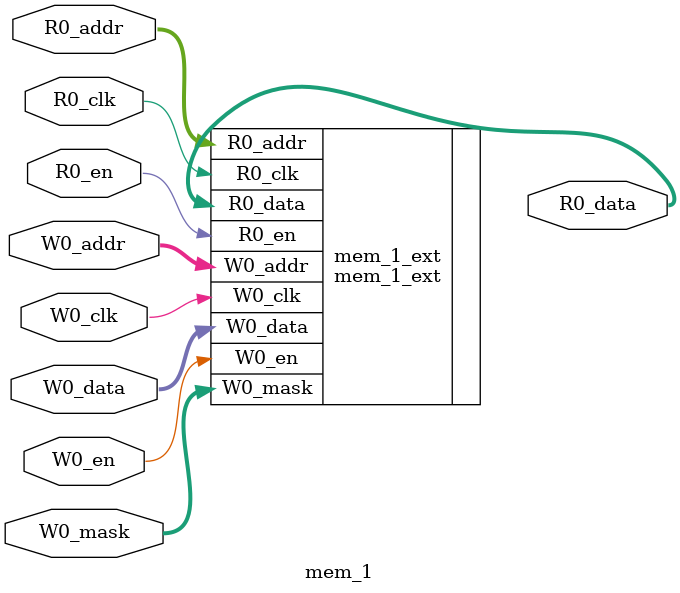
<source format=sv>
`ifndef RANDOMIZE
  `ifdef RANDOMIZE_REG_INIT
    `define RANDOMIZE
  `endif // RANDOMIZE_REG_INIT
`endif // not def RANDOMIZE
`ifndef RANDOMIZE
  `ifdef RANDOMIZE_MEM_INIT
    `define RANDOMIZE
  `endif // RANDOMIZE_MEM_INIT
`endif // not def RANDOMIZE

`ifndef RANDOM
  `define RANDOM $random
`endif // not def RANDOM

// Users can define 'PRINTF_COND' to add an extra gate to prints.
`ifndef PRINTF_COND_
  `ifdef PRINTF_COND
    `define PRINTF_COND_ (`PRINTF_COND)
  `else  // PRINTF_COND
    `define PRINTF_COND_ 1
  `endif // PRINTF_COND
`endif // not def PRINTF_COND_

// Users can define 'ASSERT_VERBOSE_COND' to add an extra gate to assert error printing.
`ifndef ASSERT_VERBOSE_COND_
  `ifdef ASSERT_VERBOSE_COND
    `define ASSERT_VERBOSE_COND_ (`ASSERT_VERBOSE_COND)
  `else  // ASSERT_VERBOSE_COND
    `define ASSERT_VERBOSE_COND_ 1
  `endif // ASSERT_VERBOSE_COND
`endif // not def ASSERT_VERBOSE_COND_

// Users can define 'STOP_COND' to add an extra gate to stop conditions.
`ifndef STOP_COND_
  `ifdef STOP_COND
    `define STOP_COND_ (`STOP_COND)
  `else  // STOP_COND
    `define STOP_COND_ 1
  `endif // STOP_COND
`endif // not def STOP_COND_

// Users can define INIT_RANDOM as general code that gets injected into the
// initializer block for modules with registers.
`ifndef INIT_RANDOM
  `define INIT_RANDOM
`endif // not def INIT_RANDOM

// If using random initialization, you can also define RANDOMIZE_DELAY to
// customize the delay used, otherwise 0.002 is used.
`ifndef RANDOMIZE_DELAY
  `define RANDOMIZE_DELAY 0.002
`endif // not def RANDOMIZE_DELAY

// Define INIT_RANDOM_PROLOG_ for use in our modules below.
`ifndef INIT_RANDOM_PROLOG_
  `ifdef RANDOMIZE
    `ifdef VERILATOR
      `define INIT_RANDOM_PROLOG_ `INIT_RANDOM
    `else  // VERILATOR
      `define INIT_RANDOM_PROLOG_ `INIT_RANDOM #`RANDOMIZE_DELAY begin end
    `endif // VERILATOR
  `else  // RANDOMIZE
    `define INIT_RANDOM_PROLOG_
  `endif // RANDOMIZE
`endif // not def INIT_RANDOM_PROLOG_

module mem_1(	// @[DescribedSRAM.scala:17:26]
  input  [25:0]  R0_addr,
  input          R0_en,
                 R0_clk,
  input  [25:0]  W0_addr,
  input          W0_en,
                 W0_clk,
  input  [127:0] W0_data,
  input  [15:0]  W0_mask,
  output [127:0] R0_data
);

  mem_1_ext mem_1_ext (	// @[DescribedSRAM.scala:17:26]
    .R0_addr (R0_addr),
    .R0_en   (R0_en),
    .R0_clk  (R0_clk),
    .W0_addr (W0_addr),
    .W0_en   (W0_en),
    .W0_clk  (W0_clk),
    .W0_data (W0_data),
    .W0_mask (W0_mask),
    .R0_data (R0_data)
  );
endmodule


</source>
